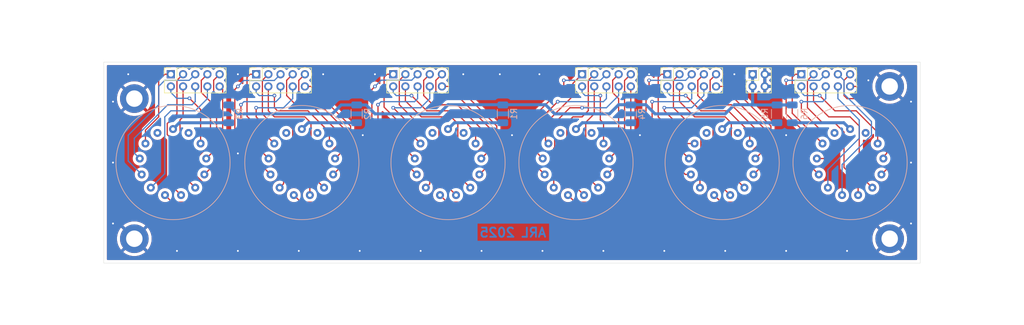
<source format=kicad_pcb>
(kicad_pcb (version 20240108) (generator "pcbnew") (generator_version "8.0")
  (layers (0 "F.Cu" signal) (31 "B.Cu" signal) (34 "B.Paste" user) (35 "F.Paste" user) (36 "B.SilkS" user "B.Silkscreen") (37 "F.SilkS" user "F.Silkscreen") (38 "B.Mask" user) (39 "F.Mask" user) (44 "Edge.Cuts" user))
  (net 0 "")
  (net 1 "D5-4")
  (net 2 "D5-1")
  (net 3 "D5-5")
  (net 4 "D5-9")
  (net 5 "D5-2")
  (net 6 "D5-3")
  (net 7 "D5-0")
  (net 8 "D5-7")
  (net 9 "D5-6")
  (net 10 "D5-8")
  (net 11 "D6-9")
  (net 12 "D6-8")
  (net 13 "D6-7")
  (net 14 "D6-5")
  (net 15 "D6-0")
  (net 16 "D6-2")
  (net 17 "D6-3")
  (net 18 "D6-4")
  (net 19 "D6-1")
  (net 20 "D6-6")
  (net 21 "D4-8")
  (net 22 "D4-1")
  (net 23 "D4-7")
  (net 24 "D4-6")
  (net 25 "D4-0")
  (net 26 "D4-3")
  (net 27 "D4-9")
  (net 28 "D4-5")
  (net 29 "D4-4")
  (net 30 "D4-2")
  (net 31 "D1-7")
  (net 32 "D1-5")
  (net 33 "D1-8")
  (net 34 "D1-6")
  (net 35 "D1-9")
  (net 36 "D1-1")
  (net 37 "D1-3")
  (net 38 "D1-2")
  (net 39 "D1-4")
  (net 40 "D1-0")
  (net 41 "D2-5")
  (net 42 "D2-1")
  (net 43 "D2-9")
  (net 44 "D2-7")
  (net 45 "D2-3")
  (net 46 "D2-4")
  (net 47 "D2-0")
  (net 48 "D2-6")
  (net 49 "D2-2")
  (net 50 "D2-8")
  (net 51 "D3-6")
  (net 52 "D3-9")
  (net 53 "D3-1")
  (net 54 "D3-5")
  (net 55 "D3-2")
  (net 56 "D3-0")
  (net 57 "D3-3")
  (net 58 "D3-8")
  (net 59 "D3-7")
  (net 60 "D3-4")
  (net 61 "ANODE")
  (net 62 "GND")
  (net 75 "Net-(N3-A)")
  (net 76 "Net-(N1-A)")
  (net 77 "Net-(N2-A)")
  (net 78 "Net-(N4-A)")
  (net 79 "Net-(N5-A)")
  (net 80 "Net-(N6-A)")
  (footprint "Connector_PinSocket_2.00mm:PinSocket_2x05_P2.00mm_Vertical" (layer "F.Cu") (at 102 89 90)
    (property "Reference" "J5" (hide yes))
    (property "Value" "Conn_02x05_Odd_Even" (hide yes))
  )
  (footprint "MountingHole:MountingHole_2.7mm_M2.5_DIN965_Pad" (layer "F.Cu") (at 206 116)
    (property "Reference" "H3" (hide yes))
    (property "Value" "MountingHole_Pad" (hide yes))
  )
  (footprint "Connector_PinSocket_2.00mm:PinSocket_2x05_P2.00mm_Vertical" (layer "F.Cu") (at 155.5 89 90)
    (property "Reference" "J3" (hide yes))
    (property "Value" "Conn_02x05_Odd_Even" (hide yes))
  )
  (footprint "MountingHole:MountingHole_2.7mm_M2.5_DIN965_Pad" (layer "F.Cu") (at 206 91)
    (property "Reference" "H2" (hide yes))
    (property "Value" "MountingHole_Pad" (hide yes))
  )
  (footprint "Connector_PinSocket_2.00mm:PinSocket_2x02_P2.00mm_Vertical" (layer "F.Cu") (at 183.5 89 90)
    (property "Reference" "J7" (hide yes))
    (property "Value" "Conn_02x02_Odd_Even" (hide yes))
  )
  (footprint "Connector_PinSocket_2.00mm:PinSocket_2x05_P2.00mm_Vertical" (layer "F.Cu") (at 88 89 90)
    (property "Reference" "J4" (hide yes))
    (property "Value" "Conn_02x05_Odd_Even" (hide yes))
  )
  (footprint "Connector_PinSocket_2.00mm:PinSocket_2x05_P2.00mm_Vertical" (layer "F.Cu") (at 169.5 89 90)
    (property "Reference" "J1" (hide yes))
    (property "Value" "Conn_02x05_Odd_Even" (hide yes))
  )
  (footprint "MountingHole:MountingHole_2.7mm_M2.5_DIN965_Pad" (layer "F.Cu") (at 82 116)
    (property "Reference" "H4" (hide yes))
    (property "Value" "MountingHole_Pad" (hide yes))
  )
  (footprint "Connector_PinSocket_2.00mm:PinSocket_2x05_P2.00mm_Vertical" (layer "F.Cu") (at 191.5 89 90)
    (property "Reference" "J2" (hide yes))
    (property "Value" "Conn_02x05_Odd_Even" (hide yes))
  )
  (footprint "MountingHole:MountingHole_2.7mm_M2.5_DIN965_Pad" (layer "F.Cu") (at 82 93)
    (property "Reference" "H1" (hide yes))
    (property "Value" "MountingHole_Pad" (hide yes))
  )
  (footprint "Connector_PinSocket_2.00mm:PinSocket_2x05_P2.00mm_Vertical" (layer "F.Cu") (at 124.5 89 90)
    (property "Reference" "J6" (hide yes))
    (property "Value" "Conn_02x05_Odd_Even" (hide yes))
  )
  (footprint "Resistor_SMD:R_1206_3216Metric" (layer "B.Cu") (at 97.5 95.5 90)
    (property "Reference" "R3")
    (property "Value" "2k2" (hide yes))
  )
  (footprint "anders:IN-14" (layer "B.Cu") (at 88.352826 103.5 180)
    (property "Reference" "N1" (hide yes))
    (property "Value" "~" (hide yes))
  )
  (footprint "Resistor_SMD:R_1206_3216Metric" (layer "B.Cu") (at 142.5 95.5 90)
    (property "Reference" "R1")
    (property "Value" "2k2")
  )
  (footprint "Resistor_SMD:R_1206_3216Metric" (layer "B.Cu") (at 187.5 95.5 90)
    (property "Reference" "R5")
    (property "Value" "2k2" (hide yes))
  )
  (footprint "anders:IN-14" (layer "B.Cu") (at 178.5 103.5 180)
    (property "Reference" "N5" (hide yes))
    (property "Value" "~" (hide yes))
  )
  (footprint "anders:IN-14" (layer "B.Cu") (at 133.5 103.5 180)
    (property "Reference" "N3" (hide yes))
    (property "Value" "~" (hide yes))
  )
  (footprint "Resistor_SMD:R_1206_3216Metric" (layer "B.Cu") (at 190 95.5 90)
    (property "Reference" "R6")
    (property "Value" "2k2" (hide yes))
  )
  (footprint "anders:IN-14" (layer "B.Cu") (at 199.5 103.5 180)
    (property "Reference" "N6" (hide yes))
    (property "Value" "~" (hide yes))
  )
  (footprint "Resistor_SMD:R_1206_3216Metric" (layer "B.Cu") (at 118.5 95.5 90)
    (property "Reference" "R2")
    (property "Value" "2k2" (hide yes))
  )
  (footprint "anders:IN-14" (layer "B.Cu") (at 109.5 103.5 180)
    (property "Reference" "N2" (hide yes))
    (property "Value" "~" (hide yes))
  )
  (footprint "Resistor_SMD:R_1206_3216Metric" (layer "B.Cu") (at 163.5 95.5 90)
    (property "Reference" "R4")
    (property "Value" "2k2" (hide yes))
  )
  (footprint "anders:IN-14" (layer "B.Cu") (at 154.5 103.5 180)
    (property "Reference" "N4" (hide yes))
    (property "Value" "~" (hide yes))
  )
  (gr_line (start 77 87) (end 77 120) (stroke (width 0.05)) (layer "Edge.Cuts"))
  (gr_line (start 77 120) (end 211 120) (stroke (width 0.05)) (layer "Edge.Cuts"))
  (gr_line (start 211 120) (end 211 87) (stroke (width 0.05)) (layer "Edge.Cuts"))
  (gr_line (start 211 87) (end 77 87) (stroke (width 0.05)) (layer "Edge.Cuts"))
  (gr_text "ARL 2025" (at 144.145 115 -0) (layer "B.Cu") (effects (font (size 1.5 1.5) (thickness 0.3) (bold yes)) (justify mirror)))
  (segment (start 179 96) (end 174 96) (width 0.2) (layer "F.Cu") (net 1))
  (segment (start 171.5 93.5) (end 171.5 91) (width 0.2) (layer "F.Cu") (net 1))
  (segment (start 180 105.469635) (end 180 97) (width 0.2) (layer "F.Cu") (net 1))
  (segment (start 180 97) (end 179 96) (width 0.2) (layer "F.Cu") (net 1))
  (segment (start 174 96) (end 171.5 93.5) (width 0.2) (layer "F.Cu") (net 1))
  (segment (start 182.147174 107.616809) (end 180 105.469635) (width 0.2) (layer "F.Cu") (net 1))
  (segment (start 183.026411 100.375644) (end 183.026411 98.526411) (width 0.2) (layer "F.Cu") (net 2))
  (segment (start 179.5 95) (end 175 95) (width 0.2) (layer "F.Cu") (net 2))
  (segment (start 175 95) (end 172.5 92.5) (width 0.2) (layer "F.Cu") (net 2))
  (segment (start 183.026411 98.526411) (end 179.5 95) (width 0.2) (layer "F.Cu") (net 2))
  (via (at 172.5 92.5) (size 0.6) (drill 0.3) (layers "F.Cu" "B.Cu") (net 2))
  (segment (start 172.5 92.5) (end 170 92.5) (width 0.2) (layer "B.Cu") (net 2))
  (segment (start 169.5 92) (end 169.5 91) (width 0.2) (layer "B.Cu") (net 2))
  (segment (start 170 92.5) (end 169.5 92) (width 0.2) (layer "B.Cu") (net 2))
  (segment (start 173 97) (end 170.5 94.5) (width 0.2) (layer "F.Cu") (net 3))
  (segment (start 177 106.023943) (end 177 97.5) (width 0.2) (layer "F.Cu") (net 3))
  (segment (start 176.5 97) (end 173 97) (width 0.2) (layer "F.Cu") (net 3))
  (segment (start 177 97.5) (end 176.5 97) (width 0.2) (layer "F.Cu") (net 3))
  (segment (start 170.5 94.5) (end 170.5 90) (width 0.2) (layer "F.Cu") (net 3))
  (segment (start 170.5 90) (end 171.5 89) (width 0.2) (layer "F.Cu") (net 3))
  (segment (start 179.816236 108.840179) (end 177 106.023943) (width 0.2) (layer "F.Cu") (net 3))
  (segment (start 173.040102 102.837049) (end 167 96.796947) (width 0.2) (layer "F.Cu") (net 4))
  (segment (start 167 96.796947) (end 167 93.5) (width 0.2) (layer "F.Cu") (net 4))
  (via (at 167 93.5) (size 0.6) (drill 0.3) (layers "F.Cu" "B.Cu") (net 4))
  (segment (start 173.5 91) (end 173.5 93) (width 0.2) (layer "B.Cu") (net 4))
  (segment (start 173.5 93) (end 173 93.5) (width 0.2) (layer "B.Cu") (net 4))
  (segment (start 173 93.5) (end 167 93.5) (width 0.2) (layer "B.Cu") (net 4))
  (segment (start 177.5 93) (end 176.525 92.025) (width 0.2) (layer "F.Cu") (net 5))
  (segment (start 185.5 101.296947) (end 185.5 98) (width 0.2) (layer "F.Cu") (net 5))
  (segment (start 180.5 93) (end 177.5 93) (width 0.2) (layer "F.Cu") (net 5))
  (segment (start 176.525 92.025) (end 176.525 89.975) (width 0.2) (layer "F.Cu") (net 5))
  (segment (start 176.525 89.975) (end 177.5 89) (width 0.2) (layer "F.Cu") (net 5))
  (segment (start 185.5 98) (end 180.5 93) (width 0.2) (layer "F.Cu") (net 5))
  (segment (start 183.959898 102.837049) (end 185.5 101.296947) (width 0.2) (layer "F.Cu") (net 5))
  (segment (start 180 91) (end 177.5 91) (width 0.2) (layer "F.Cu") (net 6))
  (segment (start 186.5 102.592915) (end 186.5 97.5) (width 0.2) (layer "F.Cu") (net 6))
  (segment (start 186.5 97.5) (end 180 91) (width 0.2) (layer "F.Cu") (net 6))
  (segment (start 183.642589 105.450326) (end 186.5 102.592915) (width 0.2) (layer "F.Cu") (net 6))
  (segment (start 173.973589 100.375644) (end 172.375644 100.375644) (width 0.2) (layer "F.Cu") (net 7))
  (segment (start 172.375644 100.375644) (end 168 96) (width 0.2) (layer "F.Cu") (net 7))
  (segment (start 168 96) (end 168 89.5) (width 0.2) (layer "F.Cu") (net 7))
  (segment (start 168.5 89) (end 169.5 89) (width 0.2) (layer "F.Cu") (net 7))
  (segment (start 168 89.5) (end 168.5 89) (width 0.2) (layer "F.Cu") (net 7))
  (segment (start 173.5 98) (end 175 99.5) (width 0.2) (layer "F.Cu") (net 8))
  (segment (start 171.5 97.5) (end 169 95) (width 0.2) (layer "F.Cu") (net 8))
  (segment (start 171.5 97.5) (end 172 98) (width 0.2) (layer "F.Cu") (net 8))
  (segment (start 175 101.5) (end 174.852826 101.647174) (width 0.2) (layer "F.Cu") (net 8))
  (segment (start 172 98) (end 173.5 98) (width 0.2) (layer "F.Cu") (net 8))
  (segment (start 175 99.5) (end 175 101.5) (width 0.2) (layer "F.Cu") (net 8))
  (segment (start 174.852826 101.647174) (end 174.852826 107.616809) (width 0.2) (layer "F.Cu") (net 8))
  (segment (start 169 95) (end 169 94.5) (width 0.2) (layer "F.Cu") (net 8))
  (via (at 169 94.5) (size 0.6) (drill 0.3) (layers "F.Cu" "B.Cu") (net 8))
  (segment (start 175.5 92.5) (end 175.5 91) (width 0.2) (layer "B.Cu") (net 8))
  (segment (start 169 94.5) (end 173.5 94.5) (width 0.2) (layer "B.Cu") (net 8))
  (segment (start 173.5 94.5) (end 175.5 92.5) (width 0.2) (layer "B.Cu") (net 8))
  (segment (start 184.5 100.5) (end 184.5 98.5) (width 0.2) (layer "F.Cu") (net 9))
  (segment (start 182 110) (end 183.5 108.5) (width 0.2) (layer "F.Cu") (net 9))
  (segment (start 174.5 90) (end 175.5 89) (width 0.2) (layer "F.Cu") (net 9))
  (segment (start 182 103) (end 184.5 100.5) (width 0.2) (layer "F.Cu") (net 9))
  (segment (start 178.343585 110) (end 182 110) (width 0.2) (layer "F.Cu") (net 9))
  (segment (start 184.5 98.5) (end 180 94) (width 0.2) (layer "F.Cu") (net 9))
  (segment (start 177.183764 108.840179) (end 178.343585 110) (width 0.2) (layer "F.Cu") (net 9))
  (segment (start 174.5 92.5) (end 174.5 90) (width 0.2) (layer "F.Cu") (net 9))
  (segment (start 176 94) (end 174.5 92.5) (width 0.2) (layer "F.Cu") (net 9))
  (segment (start 183.5 107) (end 182 105.5) (width 0.2) (layer "F.Cu") (net 9))
  (segment (start 182 105.5) (end 182 103) (width 0.2) (layer "F.Cu") (net 9))
  (segment (start 180 94) (end 176 94) (width 0.2) (layer "F.Cu") (net 9))
  (segment (start 183.5 108.5) (end 183.5 107) (width 0.2) (layer "F.Cu") (net 9))
  (segment (start 173.357411 105.450326) (end 172.450326 105.450326) (width 0.2) (layer "F.Cu") (net 10))
  (segment (start 166 93) (end 166.5 92.5) (width 0.2) (layer "F.Cu") (net 10))
  (segment (start 166 98) (end 166 93) (width 0.2) (layer "F.Cu") (net 10))
  (segment (start 171.5 103.5) (end 166 98) (width 0.2) (layer "F.Cu") (net 10))
  (segment (start 172.450326 105.450326) (end 171.5 104.5) (width 0.2) (layer "F.Cu") (net 10))
  (segment (start 171.5 104.5) (end 171.5 103.5) (width 0.2) (layer "F.Cu") (net 10))
  (segment (start 166.5 92.5) (end 166.5 90) (width 0.2) (layer "F.Cu") (net 10))
  (via (at 166.5 90) (size 0.6) (drill 0.3) (layers "F.Cu" "B.Cu") (net 10))
  (segment (start 172.5 90) (end 173.5 89) (width 0.2) (layer "B.Cu") (net 10))
  (segment (start 166.5 90) (end 172.5 90) (width 0.2) (layer "B.Cu") (net 10))
  (segment (start 191.5 95) (end 191.5 93.5) (width 0.2) (layer "F.Cu") (net 11))
  (segment (start 194.040102 102.837049) (end 195.662951 102.837049) (width 0.2) (layer "F.Cu") (net 11))
  (segment (start 196.5 100) (end 195.5 99) (width 0.2) (layer "F.Cu") (net 11))
  (segment (start 196.5 102) (end 196.5 100) (width 0.2) (layer "F.Cu") (net 11))
  (segment (start 195.5 99) (end 191.5 95) (width 0.2) (layer "F.Cu") (net 11))
  (segment (start 195.662951 102.837049) (end 196.5 102) (width 0.2) (layer "F.Cu") (net 11))
  (via (at 191.5 93.5) (size 0.6) (drill 0.3) (layers "F.Cu" "B.Cu") (net 11))
  (segment (start 191.5 93.5) (end 195 93.5) (width 0.2) (layer "B.Cu") (net 11))
  (segment (start 195 93.5) (end 195.5 93) (width 0.2) (layer "B.Cu") (net 11))
  (segment (start 195.5 93) (end 195.5 91) (width 0.2) (layer "B.Cu") (net 11))
  (segment (start 189 90) (end 189 95.5) (width 0.2) (layer "F.Cu") (net 12))
  (segment (start 189 95.5) (end 192.5 99) (width 0.2) (layer "F.Cu") (net 12))
  (segment (start 192.5 99) (end 192.5 103.592915) (width 0.2) (layer "F.Cu") (net 12))
  (segment (start 192.5 103.592915) (end 194.357411 105.450326) (width 0.2) (layer "F.Cu") (net 12))
  (via (at 189 90) (size 0.6) (drill 0.3) (layers "F.Cu" "B.Cu") (net 12))
  (segment (start 189 90) (end 194.5 90) (width 0.2) (layer "B.Cu") (net 12))
  (segment (start 194.5 90) (end 195.5 89) (width 0.2) (layer "B.Cu") (net 12))
  (segment (start 195.852826 107.616809) (end 195.852826 104.647174) (width 0.2) (layer "B.Cu") (net 13))
  (segment (start 197.5 93) (end 197.5 91) (width 0.2) (layer "B.Cu") (net 13))
  (segment (start 201 96.5) (end 197.5 93) (width 0.2) (layer "B.Cu") (net 13))
  (segment (start 195.852826 104.647174) (end 201 99.5) (width 0.2) (layer "B.Cu") (net 13))
  (segment (start 201 99.5) (end 201 96.5) (width 0.2) (layer "B.Cu") (net 13))
  (segment (start 200.816236 106.629374) (end 198.5 104.313138) (width 0.2) (layer "F.Cu") (net 14))
  (segment (start 192.5 94.5) (end 192.5 90) (width 0.2) (layer "F.Cu") (net 14))
  (segment (start 198.5 104.313138) (end 198.5 98.5) (width 0.2) (layer "F.Cu") (net 14))
  (segment (start 192.5 90) (end 193.5 89) (width 0.2) (layer "F.Cu") (net 14))
  (segment (start 200.816236 108.840179) (end 200.816236 106.629374) (width 0.2) (layer "F.Cu") (net 14))
  (segment (start 197 97) (end 195 97) (width 0.2) (layer "F.Cu") (net 14))
  (segment (start 195 97) (end 192.5 94.5) (width 0.2) (layer "F.Cu") (net 14))
  (segment (start 198.5 98.5) (end 197 97) (width 0.2) (layer "F.Cu") (net 14))
  (segment (start 190.5 89) (end 190 89.5) (width 0.2) (layer "F.Cu") (net 15))
  (segment (start 190 89.5) (end 190 95.402055) (width 0.2) (layer "F.Cu") (net 15))
  (segment (start 191.5 89) (end 190.5 89) (width 0.2) (layer "F.Cu") (net 15))
  (segment (start 190 95.402055) (end 194.973589 100.375644) (width 0.2) (layer "F.Cu") (net 15))
  (segment (start 205.5 102) (end 205.5 98) (width 0.2) (layer "F.Cu") (net 16))
  (segment (start 205.5 98) (end 200.5 93) (width 0.2) (layer "F.Cu") (net 16))
  (segment (start 199 93) (end 198.5 92.5) (width 0.2) (layer "F.Cu") (net 16))
  (segment (start 198.5 90) (end 199.5 89) (width 0.2) (layer "F.Cu") (net 16))
  (segment (start 198.5 92.5) (end 198.5 90) (width 0.2) (layer "F.Cu") (net 16))
  (segment (start 204.959898 102.837049) (end 204.959898 102.540102) (width 0.2) (layer "F.Cu") (net 16))
  (segment (start 200.5 93) (end 199 93) (width 0.2) (layer "F.Cu") (net 16))
  (segment (start 204.959898 102.540102) (end 205.5 102) (width 0.2) (layer "F.Cu") (net 16))
  (segment (start 206.5 97) (end 206.5 103.592915) (width 0.2) (layer "F.Cu") (net 17))
  (segment (start 200.5 91) (end 206.5 97) (width 0.2) (layer "F.Cu") (net 17))
  (segment (start 206.5 103.592915) (end 204.642589 105.450326) (width 0.2) (layer "F.Cu") (net 17))
  (segment (start 199.5 91) (end 200.5 91) (width 0.2) (layer "F.Cu") (net 17))
  (segment (start 199.5 96) (end 196 96) (width 0.2) (layer "F.Cu") (net 18))
  (segment (start 203.147174 107.616809) (end 201 105.469635) (width 0.2) (layer "F.Cu") (net 18))
  (segment (start 201 105.469635) (end 201 97.5) (width 0.2) (layer "F.Cu") (net 18))
  (segment (start 193.5 93.5) (end 193.5 91) (width 0.2) (layer "F.Cu") (net 18))
  (segment (start 201 97.5) (end 199.5 96) (width 0.2) (layer "F.Cu") (net 18))
  (segment (start 196 96) (end 193.5 93.5) (width 0.2) (layer "F.Cu") (net 18))
  (segment (start 200.5 95) (end 197 95) (width 0.2) (layer "F.Cu") (net 19))
  (segment (start 197 95) (end 194.5 92.5) (width 0.2) (layer "F.Cu") (net 19))
  (segment (start 204.026411 98.526411) (end 200.5 95) (width 0.2) (layer "F.Cu") (net 19))
  (segment (start 204.026411 100.375644) (end 204.026411 98.526411) (width 0.2) (layer "F.Cu") (net 19))
  (via (at 194.5 92.5) (size 0.6) (drill 0.3) (layers "F.Cu" "B.Cu") (net 19))
  (segment (start 191.5 91) (end 191.5 92) (width 0.2) (layer "B.Cu") (net 19))
  (segment (start 194.5 92.5) (end 192 92.5) (width 0.2) (layer "B.Cu") (net 19))
  (segment (start 192 92.5) (end 191.5 92) (width 0.2) (layer "B.Cu") (net 19))
  (segment (start 198.5 92.25) (end 198.5 90) (width 0.2) (layer "B.Cu") (net 20))
  (segment (start 198.183764 108.840179) (end 198.183764 103.816236) (width 0.2) (layer "B.Cu") (net 20))
  (segment (start 198.183764 103.816236) (end 202.420008 99.579992) (width 0.2) (layer "B.Cu") (net 20))
  (segment (start 202.44948 99.579992) (end 203.005977 99.023495) (width 0.2) (layer "B.Cu") (net 20))
  (segment (start 198.5 90) (end 197.5 89) (width 0.2) (layer "B.Cu") (net 20))
  (segment (start 203.005977 99.023495) (end 203.005977 96.755977) (width 0.2) (layer "B.Cu") (net 20))
  (segment (start 202.420008 99.579992) (end 202.44948 99.579992) (width 0.2) (layer "B.Cu") (net 20))
  (segment (start 203.005977 96.755977) (end 198.5 92.25) (width 0.2) (layer "B.Cu") (net 20))
  (segment (start 146.5 97) (end 146.5 102.592915) (width 0.2) (layer "F.Cu") (net 21))
  (segment (start 146.5 102.592915) (end 149.357411 105.450326) (width 0.2) (layer "F.Cu") (net 21))
  (segment (start 152.5 90) (end 152.5 91) (width 0.2) (layer "F.Cu") (net 21))
  (segment (start 152.5 91) (end 146.5 97) (width 0.2) (layer "F.Cu") (net 21))
  (via (at 152.5 90) (size 0.6) (drill 0.3) (layers "F.Cu" "B.Cu") (net 21))
  (segment (start 158.5 90) (end 159.5 89) (width 0.2) (layer "B.Cu") (net 21))
  (segment (start 152.5 90) (end 158.5 90) (width 0.2) (layer "B.Cu") (net 21))
  (segment (start 158.5 96.5) (end 159.026411 97.026411) (width 0.2) (layer "F.Cu") (net 22))
  (segment (start 159.026411 97.026411) (end 159.026411 100.375644) (width 0.2) (layer "F.Cu") (net 22))
  (segment (start 158.5 92.5) (end 158.5 96.5) (width 0.2) (layer "F.Cu") (net 22))
  (via (at 158.5 92.5) (size 0.6) (drill 0.3) (layers "F.Cu" "B.Cu") (net 22))
  (segment (start 158.5 92.5) (end 156 92.5) (width 0.2) (layer "B.Cu") (net 22))
  (segment (start 156 92.5) (end 155.5 92) (width 0.2) (layer "B.Cu") (net 22))
  (segment (start 155.5 92) (end 155.5 91) (width 0.2) (layer "B.Cu") (net 22))
  (segment (start 150.5 97.5) (end 150.5 99) (width 0.2) (layer "F.Cu") (net 23))
  (segment (start 155.5 94.5) (end 153.5 94.5) (width 0.2) (layer "F.Cu") (net 23))
  (segment (start 150.5 99) (end 151 99.5) (width 0.2) (layer "F.Cu") (net 23))
  (segment (start 151 99.5) (end 151 101) (width 0.2) (layer "F.Cu") (net 23))
  (segment (start 151 101) (end 150.852826 101.147174) (width 0.2) (layer "F.Cu") (net 23))
  (segment (start 150.852826 101.147174) (end 150.852826 107.616809) (width 0.2) (layer "F.Cu") (net 23))
  (segment (start 153.5 94.5) (end 150.5 97.5) (width 0.2) (layer "F.Cu") (net 23))
  (via (at 155.5 94.5) (size 0.6) (drill 0.3) (layers "F.Cu" "B.Cu") (net 23))
  (segment (start 155.5 94.5) (end 159.5 94.5) (width 0.2) (layer "B.Cu") (net 23))
  (segment (start 159.5 94.5) (end 161.5 92.5) (width 0.2) (layer "B.Cu") (net 23))
  (segment (start 161.5 92.5) (end 161.5 91) (width 0.2) (layer "B.Cu") (net 23))
  (segment (start 158 110) (end 159.5 108.5) (width 0.2) (layer "F.Cu") (net 24))
  (segment (start 154.343585 110) (end 158 110) (width 0.2) (layer "F.Cu") (net 24))
  (segment (start 158 105.5) (end 158 103) (width 0.2) (layer "F.Cu") (net 24))
  (segment (start 159.5 107) (end 158 105.5) (width 0.2) (layer "F.Cu") (net 24))
  (segment (start 153.183764 108.840179) (end 154.343585 110) (width 0.2) (layer "F.Cu") (net 24))
  (segment (start 160.525 92.025) (end 160.525 89.975) (width 0.2) (layer "F.Cu") (net 24))
  (segment (start 159.5 108.5) (end 159.5 107) (width 0.2) (layer "F.Cu") (net 24))
  (segment (start 160.525 89.975) (end 161.5 89) (width 0.2) (layer "F.Cu") (net 24))
  (segment (start 161.5 93) (end 160.525 92.025) (width 0.2) (layer "F.Cu") (net 24))
  (segment (start 161.5 99.5) (end 161.5 93) (width 0.2) (layer "F.Cu") (net 24))
  (segment (start 158 103) (end 161.5 99.5) (width 0.2) (layer "F.Cu") (net 24))
  (segment (start 154 90.5) (end 155.5 89) (width 0.2) (layer "F.Cu") (net 25))
  (segment (start 149.5 97.065686) (end 154 92.565686) (width 0.2) (layer "F.Cu") (net 25))
  (segment (start 149.973589 100.375644) (end 149.5 99.902055) (width 0.2) (layer "F.Cu") (net 25))
  (segment (start 149.5 99.902055) (end 149.5 97.065686) (width 0.2) (layer "F.Cu") (net 25))
  (segment (start 154 92.565686) (end 154 90.5) (width 0.2) (layer "F.Cu") (net 25))
  (segment (start 163.5 101.592915) (end 159.642589 105.450326) (width 0.2) (layer "F.Cu") (net 26))
  (segment (start 163.5 91) (end 163.5 101.592915) (width 0.2) (layer "F.Cu") (net 26))
  (segment (start 148 97) (end 151.5 93.5) (width 0.2) (layer "F.Cu") (net 27))
  (segment (start 148 101.796947) (end 148 97) (width 0.2) (layer "F.Cu") (net 27))
  (segment (start 149.040102 102.837049) (end 148 101.796947) (width 0.2) (layer "F.Cu") (net 27))
  (via (at 151.5 93.5) (size 0.6) (drill 0.3) (layers "F.Cu" "B.Cu") (net 27))
  (segment (start 159 93.5) (end 159.5 93) (width 0.2) (layer "B.Cu") (net 27))
  (segment (start 151.5 93.5) (end 159 93.5) (width 0.2) (layer "B.Cu") (net 27))
  (segment (start 159.5 93) (end 159.5 91) (width 0.2) (layer "B.Cu") (net 27))
  (segment (start 154 96) (end 155.5 96) (width 0.2) (layer "F.Cu") (net 28))
  (segment (start 155.5 96) (end 156.525 94.975) (width 0.2) (layer "F.Cu") (net 28))
  (segment (start 153 106.023943) (end 153 97) (width 0.2) (layer "F.Cu") (net 28))
  (segment (start 156.525 89.975) (end 157.5 89) (width 0.2) (layer "F.Cu") (net 28))
  (segment (start 153 97) (end 154 96) (width 0.2) (layer "F.Cu") (net 28))
  (segment (start 155.816236 108.840179) (end 153 106.023943) (width 0.2) (layer "F.Cu") (net 28))
  (segment (start 156.525 94.975) (end 156.525 89.975) (width 0.2) (layer "F.Cu") (net 28))
  (segment (start 156.105977 96.894023) (end 157.5 95.5) (width 0.2) (layer "F.Cu") (net 29))
  (segment (start 158.147174 107.616809) (end 156.105977 105.575612) (width 0.2) (layer "F.Cu") (net 29))
  (segment (start 157.5 95.5) (end 157.5 91) (width 0.2) (layer "F.Cu") (net 29))
  (segment (start 156.105977 105.575612) (end 156.105977 96.894023) (width 0.2) (layer "F.Cu") (net 29))
  (segment (start 162.475 100.321947) (end 162.475 90.025) (width 0.2) (layer "F.Cu") (net 30))
  (segment (start 162.475 90.025) (end 163.5 89) (width 0.2) (layer "F.Cu") (net 30))
  (segment (start 159.959898 102.837049) (end 162.475 100.321947) (width 0.2) (layer "F.Cu") (net 30))
  (segment (start 94 93) (end 92 95) (width 0.2) (layer "B.Cu") (net 31))
  (segment (start 88 95) (end 87 96) (width 0.2) (layer "B.Cu") (net 31))
  (segment (start 94 91) (end 94 93) (width 0.2) (layer "B.Cu") (net 31))
  (segment (start 87 105.322461) (end 84.705652 107.616809) (width 0.2) (layer "B.Cu") (net 31))
  (segment (start 87 96) (end 87 105.322461) (width 0.2) (layer "B.Cu") (net 31))
  (segment (start 92 95) (end 88 95) (width 0.2) (layer "B.Cu") (net 31))
  (segment (start 89 90) (end 90 89) (width 0.2) (layer "F.Cu") (net 32))
  (segment (start 88 107.171117) (end 88 99.5) (width 0.2) (layer "F.Cu") (net 32))
  (segment (start 87.402826 97.097174) (end 89 95.5) (width 0.2) (layer "F.Cu") (net 32))
  (segment (start 87.402826 98.902826) (end 87.402826 97.097174) (width 0.2) (layer "F.Cu") (net 32))
  (segment (start 88 99.5) (end 87.402826 98.902826) (width 0.2) (layer "F.Cu") (net 32))
  (segment (start 89.669062 108.840179) (end 88 107.171117) (width 0.2) (layer "F.Cu") (net 32))
  (segment (start 89 95.5) (end 89 90) (width 0.2) (layer "F.Cu") (net 32))
  (segment (start 87 90) (end 86 91) (width 0.2) (layer "B.Cu") (net 33))
  (segment (start 86 94) (end 81 99) (width 0.2) (layer "B.Cu") (net 33))
  (segment (start 86 91) (end 86 94) (width 0.2) (layer "B.Cu") (net 33))
  (segment (start 81 103.240089) (end 83.210237 105.450326) (width 0.2) (layer "B.Cu") (net 33))
  (segment (start 81 99) (end 81 103.240089) (width 0.2) (layer "B.Cu") (net 33))
  (segment (start 91 90) (end 87 90) (width 0.2) (layer "B.Cu") (net 33))
  (segment (start 92 89) (end 91 90) (width 0.2) (layer "B.Cu") (net 33))
  (segment (start 88.196411 110) (end 92 110) (width 0.2) (layer "F.Cu") (net 34))
  (segment (start 92 110) (end 93.5 108.5) (width 0.2) (layer "F.Cu") (net 34))
  (segment (start 94.5 93.5) (end 93 92) (width 0.2) (layer "F.Cu") (net 34))
  (segment (start 94.5 100.5) (end 94.5 93.5) (width 0.2) (layer "F.Cu") (net 34))
  (segment (start 93.5 108.5) (end 93.5 107) (width 0.2) (layer "F.Cu") (net 34))
  (segment (start 93.5 107) (end 92 105.5) (width 0.2) (layer "F.Cu") (net 34))
  (segment (start 92 105.5) (end 92 103) (width 0.2) (layer "F.Cu") (net 34))
  (segment (start 92 103) (end 94.5 100.5) (width 0.2) (layer "F.Cu") (net 34))
  (segment (start 93 92) (end 93 90) (width 0.2) (layer "F.Cu") (net 34))
  (segment (start 87.03659 108.840179) (end 88.196411 110) (width 0.2) (layer "F.Cu") (net 34))
  (segment (start 93 90) (end 94 89) (width 0.2) (layer "F.Cu") (net 34))
  (segment (start 82 101.944121) (end 82.892928 102.837049) (width 0.2) (layer "B.Cu") (net 35))
  (segment (start 82 99.5) (end 82 101.944121) (width 0.2) (layer "B.Cu") (net 35))
  (segment (start 92 91) (end 92 93.5) (width 0.2) (layer "B.Cu") (net 35))
  (segment (start 91.5 94) (end 87.5 94) (width 0.2) (layer "B.Cu") (net 35))
  (segment (start 87.5 94) (end 82 99.5) (width 0.2) (layer "B.Cu") (net 35))
  (segment (start 92 93.5) (end 91.5 94) (width 0.2) (layer "B.Cu") (net 35))
  (segment (start 91.05 92.95) (end 92.879237 94.779237) (width 0.2) (layer "F.Cu") (net 36))
  (segment (start 92.879237 94.779237) (end 92.879237 100.375644) (width 0.2) (layer "F.Cu") (net 36))
  (via (at 91.05 92.95) (size 0.6) (drill 0.3) (layers "F.Cu" "B.Cu") (net 36))
  (segment (start 88.95 92.95) (end 88 92) (width 0.2) (layer "B.Cu") (net 36))
  (segment (start 91.05 92.95) (end 88.95 92.95) (width 0.2) (layer "B.Cu") (net 36))
  (segment (start 88 92) (end 88 91) (width 0.2) (layer "B.Cu") (net 36))
  (segment (start 96 91) (end 96.5 91.5) (width 0.2) (layer "F.Cu") (net 37))
  (segment (start 96.5 91.5) (end 96.5 102.445741) (width 0.2) (layer "F.Cu") (net 37))
  (segment (start 96.5 102.445741) (end 93.495415 105.450326) (width 0.2) (layer "F.Cu") (net 37))
  (segment (start 95.5 92.68943) (end 95.5 101.149773) (width 0.2) (layer "F.Cu") (net 38))
  (segment (start 95.025 89.975) (end 95.025 92.21443) (width 0.2) (layer "F.Cu") (net 38))
  (segment (start 95.5 101.149773) (end 93.812724 102.837049) (width 0.2) (layer "F.Cu") (net 38))
  (segment (start 96 89) (end 95.025 89.975) (width 0.2) (layer "F.Cu") (net 38))
  (segment (start 95.025 92.21443) (end 95.5 92.68943) (width 0.2) (layer "F.Cu") (net 38))
  (segment (start 91 106.616809) (end 91 101) (width 0.2) (layer "F.Cu") (net 39))
  (segment (start 89.5 99.5) (end 89.5 96.5) (width 0.2) (layer "F.Cu") (net 39))
  (segment (start 91 101) (end 89.5 99.5) (width 0.2) (layer "F.Cu") (net 39))
  (segment (start 92 107.616809) (end 91 106.616809) (width 0.2) (layer "F.Cu") (net 39))
  (segment (start 89.5 96.5) (end 90 96) (width 0.2) (layer "F.Cu") (net 39))
  (segment (start 90 96) (end 90 91) (width 0.2) (layer "F.Cu") (net 39))
  (segment (start 86 90) (end 86 96) (width 0.2) (layer "F.Cu") (net 40))
  (segment (start 83.826415 98.173585) (end 83.826415 100.375644) (width 0.2) (layer "F.Cu") (net 40))
  (segment (start 88 89) (end 87 89) (width 0.2) (layer "F.Cu") (net 40))
  (segment (start 86 96) (end 83.826415 98.173585) (width 0.2) (layer "F.Cu") (net 40))
  (segment (start 87 89) (end 86 90) (width 0.2) (layer "F.Cu") (net 40))
  (segment (start 107 97) (end 104.5 97) (width 0.2) (layer "F.Cu") (net 41))
  (segment (start 108 98) (end 107 97) (width 0.2) (layer "F.Cu") (net 41))
  (segment (start 110.816236 108.840179) (end 110.816236 106.816236) (width 0.2) (layer "F.Cu") (net 41))
  (segment (start 110.816236 106.816236) (end 108 104) (width 0.2) (layer "F.Cu") (net 41))
  (segment (start 103.025 95.525) (end 103.025 89.975) (width 0.2) (layer "F.Cu") (net 41))
  (segment (start 103.025 89.975) (end 104 89) (width 0.2) (layer "F.Cu") (net 41))
  (segment (start 108 104) (end 108 98) (width 0.2) (layer "F.Cu") (net 41))
  (segment (start 104.5 97) (end 103.025 95.525) (width 0.2) (layer "F.Cu") (net 41))
  (segment (start 105 94.5) (end 105.5 95) (width 0.2) (layer "F.Cu") (net 42))
  (segment (start 114.026411 98.526411) (end 114.026411 100.375644) (width 0.2) (layer "F.Cu") (net 42))
  (segment (start 105 92.5) (end 105 94.5) (width 0.2) (layer "F.Cu") (net 42))
  (segment (start 105.5 95) (end 110.5 95) (width 0.2) (layer "F.Cu") (net 42))
  (segment (start 110.5 95) (end 114.026411 98.526411) (width 0.2) (layer "F.Cu") (net 42))
  (via (at 105 92.5) (size 0.6) (drill 0.3) (layers "F.Cu" "B.Cu") (net 42))
  (segment (start 105 92.5) (end 102.5 92.5) (width 0.2) (layer "B.Cu") (net 42))
  (segment (start 102.5 92.5) (end 102 92) (width 0.2) (layer "B.Cu") (net 42))
  (segment (start 102 92) (end 102 91) (width 0.2) (layer "B.Cu") (net 42))
  (segment (start 99.5 98.296947) (end 99.5 94) (width 0.2) (layer "F.Cu") (net 43))
  (segment (start 104.040102 102.837049) (end 99.5 98.296947) (width 0.2) (layer "F.Cu") (net 43))
  (via (at 99.5 94) (size 0.6) (drill 0.3) (layers "F.Cu" "B.Cu") (net 43))
  (segment (start 105.25 93.5) (end 106 92.75) (width 0.2) (layer "B.Cu") (net 43))
  (segment (start 106 92.75) (end 106 91) (width 0.2) (layer "B.Cu") (net 43))
  (segment (start 100 93.5) (end 105.25 93.5) (width 0.2) (layer "B.Cu") (net 43))
  (segment (start 99.5 94) (end 100 93.5) (width 0.2) (layer "B.Cu") (net 43))
  (segment (start 106.5 100) (end 105.5 99) (width 0.2) (layer "F.Cu") (net 44))
  (segment (start 106.5 106.969635) (end 106.5 100) (width 0.2) (layer "F.Cu") (net 44))
  (segment (start 105 99) (end 102 96) (width 0.2) (layer "F.Cu") (net 44))
  (segment (start 105.852826 107.616809) (end 106.5 106.969635) (width 0.2) (layer "F.Cu") (net 44))
  (segment (start 102 96) (end 102 94.5) (width 0.2) (layer "F.Cu") (net 44))
  (segment (start 105.5 99) (end 105 99) (width 0.2) (layer "F.Cu") (net 44))
  (via (at 102 94.5) (size 0.6) (drill 0.3) (layers "F.Cu" "B.Cu") (net 44))
  (segment (start 102 94.5) (end 106.5 94.5) (width 0.2) (layer "B.Cu") (net 44))
  (segment (start 106.5 94.5) (end 108 93) (width 0.2) (layer "B.Cu") (net 44))
  (segment (start 108 93) (end 108 91) (width 0.2) (layer "B.Cu") (net 44))
  (segment (start 117.5 97.5) (end 111 91) (width 0.2) (layer "F.Cu") (net 45))
  (segment (start 111 91) (end 110 91) (width 0.2) (layer "F.Cu") (net 45))
  (segment (start 114.642589 105.450326) (end 117.5 102.592915) (width 0.2) (layer "F.Cu") (net 45))
  (segment (start 117.5 102.592915) (end 117.5 97.5) (width 0.2) (layer "F.Cu") (net 45))
  (segment (start 105 96) (end 104 95) (width 0.2) (layer "F.Cu") (net 46))
  (segment (start 111 105.469635) (end 111 97) (width 0.2) (layer "F.Cu") (net 46))
  (segment (start 110 96) (end 105 96) (width 0.2) (layer "F.Cu") (net 46))
  (segment (start 113.147174 107.616809) (end 111 105.469635) (width 0.2) (layer "F.Cu") (net 46))
  (segment (start 111 97) (end 110 96) (width 0.2) (layer "F.Cu") (net 46))
  (segment (start 104 95) (end 104 91) (width 0.2) (layer "F.Cu") (net 46))
  (segment (start 101 89) (end 100.5 89.5) (width 0.2) (layer "F.Cu") (net 47))
  (segment (start 100.5 95.902055) (end 104.973589 100.375644) (width 0.2) (layer "F.Cu") (net 47))
  (segment (start 100.5 89.5) (end 100.5 95.902055) (width 0.2) (layer "F.Cu") (net 47))
  (segment (start 102 89) (end 101 89) (width 0.2) (layer "F.Cu") (net 47))
  (segment (start 109.343585 110) (end 113 110) (width 0.2) (layer "F.Cu") (net 48))
  (segment (start 114.5 108.5) (end 114.5 107) (width 0.2) (layer "F.Cu") (net 48))
  (segment (start 114.5 107) (end 113 105.5) (width 0.2) (layer "F.Cu") (net 48))
  (segment (start 115.5 98.5) (end 111 94) (width 0.2) (layer "F.Cu") (net 48))
  (segment (start 107 90) (end 108 89) (width 0.2) (layer "F.Cu") (net 48))
  (segment (start 115.5 100.5) (end 115.5 98.5) (width 0.2) (layer "F.Cu") (net 48))
  (segment (start 107 92.5) (end 107 90) (width 0.2) (layer "F.Cu") (net 48))
  (segment (start 108.183764 108.840179) (end 109.343585 110) (width 0.2) (layer "F.Cu") (net 48))
  (segment (start 113 110) (end 114.5 108.5) (width 0.2) (layer "F.Cu") (net 48))
  (segment (start 111 94) (end 108.5 94) (width 0.2) (layer "F.Cu") (net 48))
  (segment (start 113 103) (end 115.5 100.5) (width 0.2) (layer "F.Cu") (net 48))
  (segment (start 113 105.5) (end 113 103) (width 0.2) (layer "F.Cu") (net 48))
  (segment (start 108.5 94) (end 107 92.5) (width 0.2) (layer "F.Cu") (net 48))
  (segment (start 109.5 93) (end 109 92.5) (width 0.2) (layer "F.Cu") (net 49))
  (segment (start 109 92.5) (end 109 90) (width 0.2) (layer "F.Cu") (net 49))
  (segment (start 116.5 98) (end 111.5 93) (width 0.2) (layer "F.Cu") (net 49))
  (segment (start 109 90) (end 110 89) (width 0.2) (layer "F.Cu") (net 49))
  (segment (start 111.5 93) (end 109.5 93) (width 0.2) (layer "F.Cu") (net 49))
  (segment (start 116.5 101.296947) (end 116.5 98) (width 0.2) (layer "F.Cu") (net 49))
  (segment (start 114.959898 102.837049) (end 116.5 101.296947) (width 0.2) (layer "F.Cu") (net 49))
  (segment (start 104.357411 105.450326) (end 98.5 99.592915) (width 0.2) (layer "F.Cu") (net 50))
  (segment (start 98.5 99.592915) (end 98.5 91.5) (width 0.2) (layer "F.Cu") (net 50))
  (segment (start 98.5 91.5) (end 99 91) (width 0.2) (layer "F.Cu") (net 50))
  (via (at 99 91) (size 0.6) (drill 0.3) (layers "F.Cu" "B.Cu") (net 50))
  (segment (start 104.975 90.025) (end 99.975 90.025) (width 0.2) (layer "B.Cu") (net 50))
  (segment (start 106 89) (end 104.975 90.025) (width 0.2) (layer "B.Cu") (net 50))
  (segment (start 99.975 90.025) (end 99 91) (width 0.2) (layer "B.Cu") (net 50))
  (segment (start 132.183764 108.840179) (end 133.343585 110) (width 0.2) (layer "F.Cu") (net 51))
  (segment (start 131 94) (end 129.5 92.5) (width 0.2) (layer "F.Cu") (net 51))
  (segment (start 129.5 92.5) (end 129.5 90) (width 0.2) (layer "F.Cu") (net 51))
  (segment (start 138.5 107) (end 137 105.5) (width 0.2) (layer "F.Cu") (net 51))
  (segment (start 137 103) (end 139.5 100.5) (width 0.2) (layer "F.Cu") (net 51))
  (segment (start 139.5 98.5) (end 135 94) (width 0.2) (layer "F.Cu") (net 51))
  (segment (start 135 94) (end 131 94) (width 0.2) (layer "F.Cu") (net 51))
  (segment (start 137 110) (end 138.5 108.5) (width 0.2) (layer "F.Cu") (net 51))
  (segment (start 133.343585 110) (end 137 110) (width 0.2) (layer "F.Cu") (net 51))
  (segment (start 138.5 108.5) (end 138.5 107) (width 0.2) (layer "F.Cu") (net 51))
  (segment (start 139.5 100.5) (end 139.5 98.5) (width 0.2) (layer "F.Cu") (net 51))
  (segment (start 129.5 90) (end 130.5 89) (width 0.2) (layer "F.Cu") (net 51))
  (segment (start 137 105.5) (end 137 103) (width 0.2) (layer "F.Cu") (net 51))
  (segment (start 128.040102 102.837049) (end 122 96.796947) (width 0.2) (layer "F.Cu") (net 52))
  (segment (start 122 96.796947) (end 122 94) (width 0.2) (layer "F.Cu") (net 52))
  (via (at 122 94) (size 0.6) (drill 0.3) (layers "F.Cu" "B.Cu") (net 52))
  (segment (start 128.5 91) (end 128.5 93) (width 0.2) (layer "B.Cu") (net 52))
  (segment (start 122.5 93.5) (end 122 94) (width 0.2) (layer "B.Cu") (net 52))
  (segment (start 128.5 93) (end 128 93.5) (width 0.2) (layer "B.Cu") (net 52))
  (segment (start 128 93.5) (end 122.5 93.5) (width 0.2) (layer "B.Cu") (net 52))
  (segment (start 134.5 95) (end 130 95) (width 0.2) (layer "F.Cu") (net 53))
  (segment (start 138.026411 100.375644) (end 138.026411 98.526411) (width 0.2) (layer "F.Cu") (net 53))
  (segment (start 138.026411 98.526411) (end 134.5 95) (width 0.2) (layer "F.Cu") (net 53))
  (segment (start 130 95) (end 127.5 92.5) (width 0.2) (layer "F.Cu") (net 53))
  (via (at 127.5 92.5) (size 0.6) (drill 0.3) (layers "F.Cu" "B.Cu") (net 53))
  (segment (start 125 92.5) (end 127.5 92.5) (width 0.2) (layer "B.Cu") (net 53))
  (segment (start 124.5 91) (end 124.5 92) (width 0.2) (layer "B.Cu") (net 53))
  (segment (start 124.5 92) (end 125 92.5) (width 0.2) (layer "B.Cu") (net 53))
  (segment (start 125.5 94) (end 125.5 90) (width 0.2) (layer "F.Cu") (net 54))
  (segment (start 125.5 90) (end 126.5 89) (width 0.2) (layer "F.Cu") (net 54))
  (segment (start 132 98) (end 131 97) (width 0.2) (layer "F.Cu") (net 54))
  (segment (start 134.816236 108.840179) (end 132 106.023943) (width 0.2) (layer "F.Cu") (net 54))
  (segment (start 131 97) (end 128.5 97) (width 0.2) (layer "F.Cu") (net 54))
  (segment (start 132 106.023943) (end 132 98) (width 0.2) (layer "F.Cu") (net 54))
  (segment (start 128.5 97) (end 125.5 94) (width 0.2) (layer "F.Cu") (net 54))
  (segment (start 140.5 101.296947) (end 140.5 98) (width 0.2) (layer "F.Cu") (net 55))
  (segment (start 140.5 98) (end 135.5 93) (width 0.2) (layer "F.Cu") (net 55))
  (segment (start 132 93) (end 131.5 92.5) (width 0.2) (layer "F.Cu") (net 55))
  (segment (start 131.5 92.5) (end 131.5 90) (width 0.2) (layer "F.Cu") (net 55))
  (segment (start 135.5 93) (end 132 93) (width 0.2) (layer "F.Cu") (net 55))
  (segment (start 138.959898 102.837049) (end 140.5 101.296947) (width 0.2) (layer "F.Cu") (net 55))
  (segment (start 131.5 90) (end 132.5 89) (width 0.2) (layer "F.Cu") (net 55))
  (segment (start 123 94.402055) (end 128.973589 100.375644) (width 0.2) (layer "F.Cu") (net 56))
  (segment (start 124.5 89) (end 123.5 89) (width 0.2) (layer "F.Cu") (net 56))
  (segment (start 123 89.5) (end 123 94.402055) (width 0.2) (layer "F.Cu") (net 56))
  (segment (start 123.5 89) (end 123 89.5) (width 0.2) (layer "F.Cu") (net 56))
  (segment (start 138.642589 105.450326) (end 141.5 102.592915) (width 0.2) (layer "F.Cu") (net 57))
  (segment (start 135 91) (end 132.5 91) (width 0.2) (layer "F.Cu") (net 57))
  (segment (start 141.5 102.592915) (end 141.5 97.5) (width 0.2) (layer "F.Cu") (net 57))
  (segment (start 141.5 97.5) (end 135 91) (width 0.2) (layer "F.Cu") (net 57))
  (segment (start 121 98.092915) (end 121 97.5) (width 0.2) (layer "F.Cu") (net 58))
  (segment (start 121 97.5) (end 121 91.5) (width 0.2) (layer "F.Cu") (net 58))
  (segment (start 121 91.5) (end 121.5 91) (width 0.2) (layer "F.Cu") (net 58))
  (segment (start 128.357411 105.450326) (end 121 98.092915) (width 0.2) (layer "F.Cu") (net 58))
  (via (at 121.5 91) (size 0.6) (drill 0.3) (layers "F.Cu" "B.Cu") (net 58))
  (segment (start 122.525 89.975) (end 127.525 89.975) (width 0.2) (layer "B.Cu") (net 58))
  (segment (start 121.5 91) (end 122.525 89.975) (width 0.2) (layer "B.Cu") (net 58))
  (segment (start 127.525 89.975) (end 128.5 89) (width 0.2) (layer "B.Cu") (net 58))
  (segment (start 129 99) (end 129.5 99) (width 0.2) (layer "F.Cu") (net 59))
  (segment (start 129.883191 107.616809) (end 129.852826 107.616809) (width 0.2) (layer "F.Cu") (net 59))
  (segment (start 124.5 94.5) (end 129 99) (width 0.2) (layer "F.Cu") (net 59))
  (segment (start 130.5 100) (end 130.5 107) (width 0.2) (layer "F.Cu") (net 59))
  (segment (start 130.5 107) (end 129.883191 107.616809) (width 0.2) (layer "F.Cu") (net 59))
  (segment (start 129.5 99) (end 130.5 100) (width 0.2) (layer "F.Cu") (net 59))
  (via (at 124.5 94.5) (size 0.6) (drill 0.3) (layers "F.Cu" "B.Cu") (net 59))
  (segment (start 129 94.5) (end 130.5 93) (width 0.2) (layer "B.Cu") (net 59))
  (segment (start 130.5 93) (end 130.5 91) (width 0.2) (layer "B.Cu") (net 59))
  (segment (start 124.5 94.5) (end 129 94.5) (width 0.2) (layer "B.Cu") (net 59))
  (segment (start 126.5 93.375) (end 126.5 91) (width 0.2) (layer "F.Cu") (net 60))
  (segment (start 137.147174 107.616809) (end 135.105977 105.575612) (width 0.2) (layer "F.Cu") (net 60))
  (segment (start 129.125 96) (end 126.5 93.375) (width 0.2) (layer "F.Cu") (net 60))
  (segment (start 135.105977 105.575612) (end 135.105977 97.105977) (width 0.2) (layer "F.Cu") (net 60))
  (segment (start 134 96) (end 129.125 96) (width 0.2) (layer "F.Cu") (net 60))
  (segment (start 135.105977 97.105977) (end 134 96) (width 0.2) (layer "F.Cu") (net 60))
  (segment (start 149.5 94) (end 151 95.5) (width 0.5) (layer "B.Cu") (net 61))
  (segment (start 183.5375 94.0375) (end 183.5 94) (width 0.5) (layer "B.Cu") (net 61))
  (segment (start 97.4625 94) (end 98.9625 95.5) (width 0.5) (layer "B.Cu") (net 61))
  (segment (start 160 95.5) (end 161.5 94) (width 0.5) (layer "B.Cu") (net 61))
  (segment (start 180.5 94) (end 183.5 94) (width 0.5) (layer "B.Cu") (net 61))
  (segment (start 115.9625 94.0375) (end 120.0375 94.0375) (width 0.5) (layer "B.Cu") (net 61))
  (segment (start 165.969669 94) (end 167.469669 95.5) (width 0.5) (layer "B.Cu") (net 61))
  (segment (start 183.5 94) (end 183.5 91) (width 0.5) (layer "B.Cu") (net 61))
  (segment (start 167.469669 95.5) (end 179 95.5) (width 0.5) (layer "B.Cu") (net 61))
  (segment (start 161.5 94) (end 165.969669 94) (width 0.5) (layer "B.Cu") (net 61))
  (segment (start 151 95.5) (end 160 95.5) (width 0.5) (layer "B.Cu") (net 61))
  (segment (start 120.0375 94.0375) (end 121.5 95.5) (width 0.5) (layer "B.Cu") (net 61))
  (segment (start 121.5 95.5) (end 132 95.5) (width 0.5) (layer "B.Cu") (net 61))
  (segment (start 183.5 89) (end 183.5 91) (width 0.5) (layer "B.Cu") (net 61))
  (segment (start 179 95.5) (end 180.5 94) (width 0.5) (layer "B.Cu") (net 61))
  (segment (start 132 95.5) (end 133.5 94) (width 0.5) (layer "B.Cu") (net 61))
  (segment (start 190 94.0375) (end 183.5375 94.0375) (width 0.5) (layer "B.Cu") (net 61))
  (segment (start 98.9625 95.5) (end 114.5 95.5) (width 0.5) (layer "B.Cu") (net 61))
  (segment (start 133.5 94) (end 149.5 94) (width 0.5) (layer "B.Cu") (net 61))
  (segment (start 114.5 95.5) (end 115.9625 94.0375) (width 0.5) (layer "B.Cu") (net 61))
  (via (at 99 102) (size 0.6) (drill 0.3) (layers "F.Cu" "B.Cu") (net 62))
  (via (at 139 118) (size 0.6) (drill 0.3) (layers "F.Cu" "B.Cu") (net 62))
  (via (at 179 118) (size 0.6) (drill 0.3) (layers "F.Cu" "B.Cu") (net 62))
  (via (at 99 118) (size 0.6) (drill 0.3) (layers "F.Cu" "B.Cu") (net 62))
  (via (at 189 118) (size 0.6) (drill 0.3) (layers "F.Cu" "B.Cu") (net 62))
  (via (at 144 99) (size 0.6) (drill 0.3) (layers "F.Cu" "B.Cu") (net 62))
  (via (at 189 99) (size 0.6) (drill 0.3) (layers "F.Cu" "B.Cu") (net 62))
  (via (at 129 118) (size 0.6) (drill 0.3) (layers "F.Cu" "B.Cu") (net 62))
  (via (at 165 99) (size 0.6) (drill 0.3) (layers "F.Cu" "B.Cu") (net 62))
  (via (at 149 118) (size 0.6) (drill 0.3) (layers "F.Cu" "B.Cu") (net 62))
  (via (at 180.5 89) (size 0.6) (drill 0.3) (layers "F.Cu" "B.Cu") (net 62))
  (via (at 119.5 99) (size 0.6) (drill 0.3) (layers "F.Cu" "B.Cu") (net 62))
  (via (at 121.5 89) (size 0.6) (drill 0.3) (layers "F.Cu" "B.Cu") (net 62))
  (via (at 159 118) (size 0.6) (drill 0.3) (layers "F.Cu" "B.Cu") (net 62))
  (via (at 99 89) (size 0.6) (drill 0.3) (layers "F.Cu" "B.Cu") (net 62))
  (via (at 209.5 113.5) (size 0.6) (drill 0.3) (layers "F.Cu" "B.Cu") (net 62))
  (via (at 148.5 89) (size 0.6) (drill 0.3) (layers "F.Cu" "B.Cu") (net 62))
  (via (at 119 118) (size 0.6) (drill 0.3) (layers "F.Cu" "B.Cu") (net 62))
  (via (at 166.5 89) (size 0.6) (drill 0.3) (layers "F.Cu" "B.Cu") (net 62))
  (via (at 199 118) (size 0.6) (drill 0.3) (layers "F.Cu" "B.Cu") (net 62))
  (via (at 109 118) (size 0.6) (drill 0.3) (layers "F.Cu" "B.Cu") (net 62))
  (via (at 209.5 93.5) (size 0.6) (drill 0.3) (layers "F.Cu" "B.Cu") (net 62))
  (via (at 78.5 113.5) (size 0.6) (drill 0.3) (layers "F.Cu" "B.Cu") (net 62))
  (via (at 89 118) (size 0.6) (drill 0.3) (layers "F.Cu" "B.Cu") (net 62))
  (via (at 169 118) (size 0.6) (drill 0.3) (layers "F.Cu" "B.Cu") (net 62))
  (via (at 209.5 103.5) (size 0.6) (drill 0.3) (layers "F.Cu" "B.Cu") (net 62))
  (via (at 81 89) (size 0.6) (drill 0.3) (layers "F.Cu" "B.Cu") (net 62))
  (via (at 78.5 93.5) (size 0.6) (drill 0.3) (layers "F.Cu" "B.Cu") (net 62))
  (via (at 202.5 90) (size 0.6) (drill 0.3) (layers "F.Cu" "B.Cu") (net 62))
  (via (at 113 89) (size 0.6) (drill 0.3) (layers "F.Cu" "B.Cu") (net 62))
  (via (at 78.5 103.5) (size 0.6) (drill 0.3) (layers "F.Cu" "B.Cu") (net 62))
  (via (at 136 89) (size 0.6) (drill 0.3) (layers "F.Cu" "B.Cu") (net 62))
  (via (at 142 89) (size 0.6) (drill 0.3) (layers "F.Cu" "B.Cu") (net 62))
  (segment (start 134.5375 96.9625) (end 133.5 98) (width 0.5) (layer "B.Cu") (net 75))
  (segment (start 142.5 96.9625) (end 134.5375 96.9625) (width 0.5) (layer "B.Cu") (net 75))
  (segment (start 97.5 96.9625) (end 89.390326 96.9625) (width 0.5) (layer "B.Cu") (net 76))
  (segment (start 89.390326 96.9625) (end 88.352826 98) (width 0.5) (layer "B.Cu") (net 76))
  (segment (start 110.5375 96.9625) (end 109.5 98) (width 0.5) (layer "B.Cu") (net 77))
  (segment (start 118.5 96.9625) (end 110.5375 96.9625) (width 0.5) (layer "B.Cu") (net 77))
  (segment (start 155.5375 96.9625) (end 154.5 98) (width 0.5) (layer "B.Cu") (net 78))
  (segment (start 163.5 96.9625) (end 155.5375 96.9625) (width 0.5) (layer "B.Cu") (net 78))
  (segment (start 179.5375 96.9625) (end 178.5 98) (width 0.5) (layer "B.Cu") (net 79))
  (segment (start 187.5 96.9625) (end 179.5375 96.9625) (width 0.5) (layer "B.Cu") (net 79))
  (segment (start 198.4625 96.9625) (end 199.5 98) (width 0.5) (layer "B.Cu") (net 80))
  (segment (start 190 96.9625) (end 198.4625 96.9625) (width 0.5) (layer "B.Cu") (net 80))
  (zone (net 62) (net_name "GND") (layers "F&B.Cu") (connect_pads (clearance 0.5)) (min_thickness 0.25) (fill yes (thermal_gap 0.5) (thermal_bridge_width 0.5))
    (polygon (pts (xy 77 87) (xy 211 87) (xy 211 120) (xy 77 120)))
  )
)
</source>
